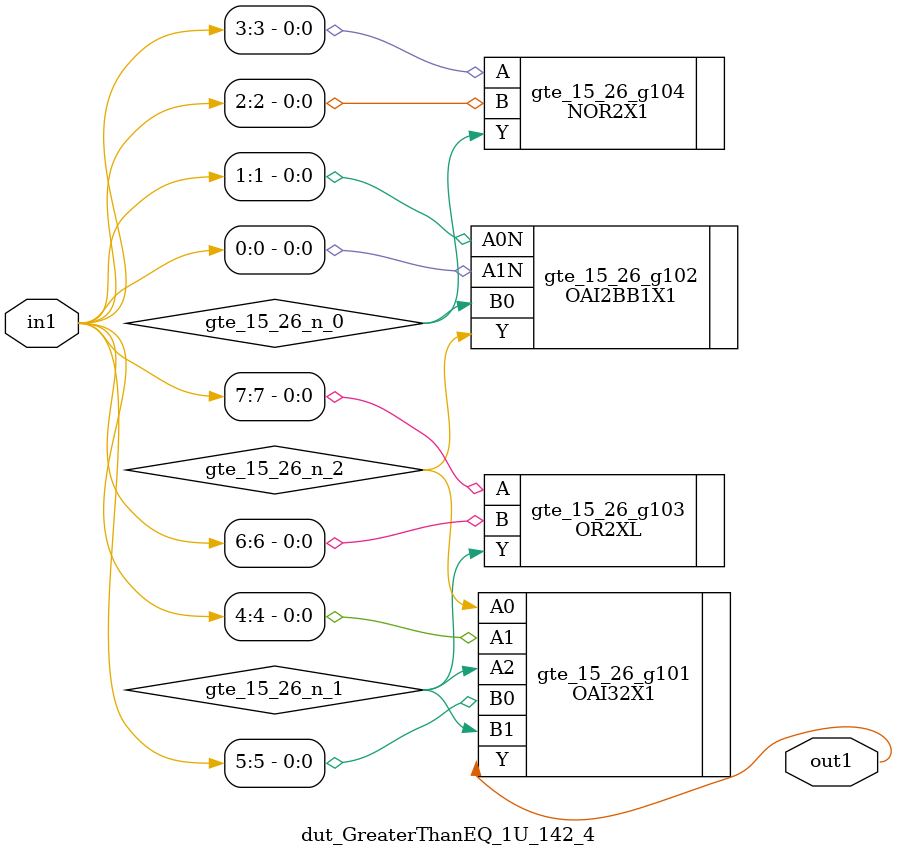
<source format=v>
`timescale 1ps / 1ps


module dut_GreaterThanEQ_1U_142_4(in1, out1);
  input [7:0] in1;
  output out1;
  wire [7:0] in1;
  wire out1;
  wire gte_15_26_n_0, gte_15_26_n_1, gte_15_26_n_2;
  OAI32X1 gte_15_26_g101(.A0 (gte_15_26_n_2), .A1 (in1[4]), .A2
       (gte_15_26_n_1), .B0 (in1[5]), .B1 (gte_15_26_n_1), .Y (out1));
  OAI2BB1X1 gte_15_26_g102(.A0N (in1[1]), .A1N (in1[0]), .B0
       (gte_15_26_n_0), .Y (gte_15_26_n_2));
  OR2XL gte_15_26_g103(.A (in1[7]), .B (in1[6]), .Y (gte_15_26_n_1));
  NOR2X1 gte_15_26_g104(.A (in1[3]), .B (in1[2]), .Y (gte_15_26_n_0));
endmodule



</source>
